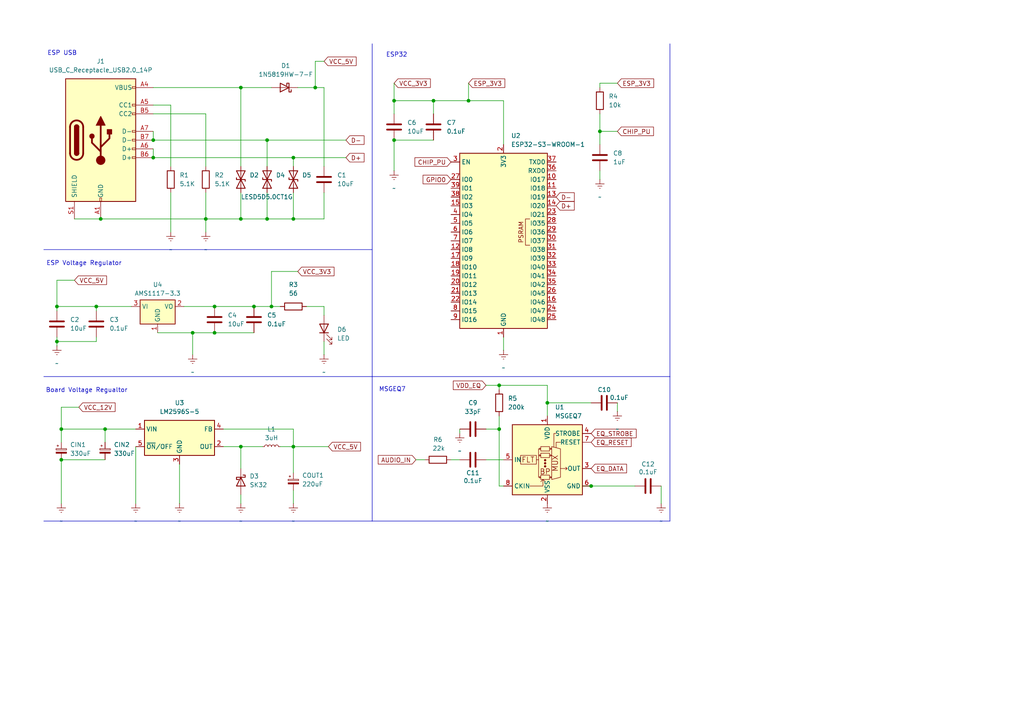
<source format=kicad_sch>
(kicad_sch (version 20231120) (generator "eeschema") (generator_version "8.0")
  (paper "A4")
  (lib_symbols
    (symbol "Audio:MSGEQ7"
      (property "Reference" "U" (at -2.54 13.97 0))
      (property "Value" "MSGEQ7" (at -2.54 11.43 0))
      (symbol "MSGEQ7_0_0"
        (polyline (pts (xy -5.08 -7.62) (xy -1.27 -7.62) (xy -1.27 -5.715)))
        (polyline (pts (xy -1.905 -6.35) (xy -1.27 -5.715) (xy -0.635 -6.35)))
        (polyline (pts (xy 2.54 7.62) (xy 1.905 7.62) (xy 1.905 3.683)))
        (polyline (pts (xy 3.81 5.08) (xy 2.54 5.08) (xy 2.54 3.556)))
        (text "BP" (at -0.635 -3.429 0) (effects (font (size 1.524 1.524))))
        (text "FLT" (at -5.588 0 0) (effects (font (size 1.524 1.524))))
        (text "MUX" (at 2.286 -1.016 900) (effects (font (size 1.524 1.524))))
      )
      (symbol "MSGEQ7_0_1"
        (rectangle (start -3.175 -1.27) (end -7.747 1.27))
        (rectangle (start -1.905 -4.445) (end 0.635 -5.715))
        (rectangle (start -1.905 1.905) (end 0.635 0.635))
        (circle (center -0.635 -1.905) (radius 0.254) (fill (type outline)))
        (circle (center -0.635 -1.016) (radius 0.254) (fill (type outline)))
        (circle (center -0.635 -0.127) (radius 0.254) (fill (type outline)))
        (polyline (pts (xy -3.175 0) (xy -2.54 0)))
        (polyline (pts (xy -2.54 1.27) (xy -1.905 1.27)))
        (polyline (pts (xy 0.635 -5.08) (xy 1.27 -5.08)))
        (polyline (pts (xy 0.635 1.27) (xy 1.27 1.27)))
        (polyline (pts (xy 0.635 3.175) (xy 1.27 3.175)))
        (polyline (pts (xy 3.81 -2.54) (xy 5.715 -2.54)))
        (polyline (pts (xy 5.715 -2.54) (xy 5.334 -2.921)))
        (polyline (pts (xy 5.715 -2.54) (xy 5.334 -2.159)))
        (polyline (pts (xy -2.286 -4.826) (xy -2.032 -5.08) (xy -2.286 -5.334)))
        (polyline (pts (xy -2.286 1.524) (xy -2.032 1.27) (xy -2.286 1.016)))
        (polyline (pts (xy -2.286 3.429) (xy -2.032 3.175) (xy -2.286 2.921)))
        (polyline (pts (xy 0.889 -4.826) (xy 1.143 -5.08) (xy 0.889 -5.334)))
        (polyline (pts (xy 0.889 1.524) (xy 1.143 1.27) (xy 0.889 1.016)))
        (polyline (pts (xy 0.889 3.429) (xy 1.143 3.175) (xy 0.889 2.921)))
        (polyline (pts (xy -1.905 3.175) (xy -2.54 3.175) (xy -2.54 -5.08) (xy -1.905 -5.08)))
        (polyline (pts (xy 1.27 3.81) (xy 1.27 -5.715) (xy 3.81 -5.08) (xy 3.81 3.175) (xy 1.27 3.81)))
        (rectangle (start 0.635 2.54) (end -1.905 3.81))
        (rectangle (start 10.16 10.16) (end -10.16 -10.16) (stroke (width 0.254)) (fill (type background)))
      )
      (symbol "MSGEQ7_1_1"
        (pin power_in line (at 0 12.7 270) (length 2.54) (name "VDD") (number "1"))
        (pin power_in line (at 0 -12.7 90) (length 2.54) (name "VSS") (number "2"))
        (pin output line (at 12.7 -2.54 180) (length 2.54) (name "OUT") (number "3"))
        (pin input line (at 12.7 7.62 180) (length 2.54) (name "STROBE") (number "4"))
        (pin input line (at -12.7 0 0) (length 2.54) (name "IN") (number "5"))
        (pin power_out line (at 12.7 -7.62 180) (length 2.54) (name "GND") (number "6"))
        (pin input line (at 12.7 5.08 180) (length 2.54) (name "RESET") (number "7"))
        (pin input line (at -12.7 -7.62 0) (length 2.54) (name "CKIN") (number "8"))
      )
    )
    (symbol "Connector:USB_C_Receptacle_USB2.0_14P" (pin_names (offset 1.016))
      (property "Reference" "J" (at 0 22.225 0))
      (property "Value" "USB_C_Receptacle_USB2.0_14P" (at 0 19.685 0))
      (symbol "USB_C_Receptacle_USB2.0_14P_0_0"
        (rectangle (start -0.254 -17.78) (end 0.254 -16.764))
        (rectangle (start 10.16 -4.826) (end 9.144 -5.334))
        (rectangle (start 10.16 -2.286) (end 9.144 -2.794))
        (rectangle (start 10.16 0.254) (end 9.144 -0.254))
        (rectangle (start 10.16 2.794) (end 9.144 2.286))
        (rectangle (start 10.16 7.874) (end 9.144 7.366))
        (rectangle (start 10.16 10.414) (end 9.144 9.906))
        (rectangle (start 10.16 15.494) (end 9.144 14.986))
      )
      (symbol "USB_C_Receptacle_USB2.0_14P_0_1"
        (rectangle (start -10.16 17.78) (end 10.16 -17.78) (stroke (width 0.254)) (fill (type background)))
        (arc (start -8.89 -3.81) (mid -6.985 -5.7067) (end -5.08 -3.81) (stroke (width 0.508)))
        (arc (start -7.62 -3.81) (mid -6.985 -4.4423) (end -6.35 -3.81) (stroke (width 0.254)))
        (arc (start -7.62 -3.81) (mid -6.985 -4.4423) (end -6.35 -3.81) (stroke (width 0.254)) (fill (type outline)))
        (rectangle (start -7.62 -3.81) (end -6.35 3.81) (stroke (width 0.254)) (fill (type outline)))
        (arc (start -6.35 3.81) (mid -6.985 4.4423) (end -7.62 3.81) (stroke (width 0.254)))
        (arc (start -6.35 3.81) (mid -6.985 4.4423) (end -7.62 3.81) (stroke (width 0.254)) (fill (type outline)))
        (arc (start -5.08 3.81) (mid -6.985 5.7067) (end -8.89 3.81) (stroke (width 0.508)))
        (circle (center -2.54 1.143) (radius 0.635) (stroke (width 0.254)) (fill (type outline)))
        (circle (center 0 -5.842) (radius 1.27) (fill (type outline)))
        (polyline (pts (xy -8.89 -3.81) (xy -8.89 3.81)) (stroke (width 0.508)))
        (polyline (pts (xy -5.08 3.81) (xy -5.08 -3.81)) (stroke (width 0.508)))
        (polyline (pts (xy 0 -5.842) (xy 0 4.318)) (stroke (width 0.508)))
        (polyline (pts (xy 0 -3.302) (xy -2.54 -0.762) (xy -2.54 0.508)) (stroke (width 0.508)))
        (polyline (pts (xy 0 -2.032) (xy 2.54 0.508) (xy 2.54 1.778)) (stroke (width 0.508)))
        (polyline (pts (xy -1.27 4.318) (xy 0 6.858) (xy 1.27 4.318) (xy -1.27 4.318)) (stroke (width 0.254)) (fill (type outline)))
        (rectangle (start 1.905 1.778) (end 3.175 3.048) (stroke (width 0.254)) (fill (type outline)))
      )
      (symbol "USB_C_Receptacle_USB2.0_14P_1_1"
        (pin passive line (at 0 -22.86 90) (length 5.08) (name "GND") (number "A1"))
        (pin passive line (at 0 -22.86 90) (length 5.08) hide (name "GND") (number "A12"))
        (pin passive line (at 15.24 15.24 180) (length 5.08) (name "VBUS") (number "A4"))
        (pin bidirectional line (at 15.24 10.16 180) (length 5.08) (name "CC1") (number "A5"))
        (pin bidirectional line (at 15.24 -2.54 180) (length 5.08) (name "D+") (number "A6"))
        (pin bidirectional line (at 15.24 2.54 180) (length 5.08) (name "D-") (number "A7"))
        (pin passive line (at 15.24 15.24 180) (length 5.08) hide (name "VBUS") (number "A9"))
        (pin passive line (at 0 -22.86 90) (length 5.08) hide (name "GND") (number "B1"))
        (pin passive line (at 0 -22.86 90) (length 5.08) hide (name "GND") (number "B12"))
        (pin passive line (at 15.24 15.24 180) (length 5.08) hide (name "VBUS") (number "B4"))
        (pin bidirectional line (at 15.24 7.62 180) (length 5.08) (name "CC2") (number "B5"))
        (pin bidirectional line (at 15.24 -5.08 180) (length 5.08) (name "D+") (number "B6"))
        (pin bidirectional line (at 15.24 0 180) (length 5.08) (name "D-") (number "B7"))
        (pin passive line (at 15.24 15.24 180) (length 5.08) hide (name "VBUS") (number "B9"))
        (pin passive line (at -7.62 -22.86 90) (length 5.08) (name "SHIELD") (number "S1"))
      )
    )
    (symbol "Device:C" (pin_numbers hide) (pin_names (offset 0.254))
      (property "Reference" "C" (at 0.635 2.54 0))
      (property "Value" "C" (at 0.635 -2.54 0))
      (symbol "C_0_1"
        (polyline (pts (xy -2.032 -0.762) (xy 2.032 -0.762)) (stroke (width 0.508)))
        (polyline (pts (xy -2.032 0.762) (xy 2.032 0.762)) (stroke (width 0.508)))
      )
      (symbol "C_1_1"
        (pin passive line (at 0 3.81 270) (length 2.794) (name "~") (number "1"))
        (pin passive line (at 0 -3.81 90) (length 2.794) (name "~") (number "2"))
      )
    )
    (symbol "Device:C_Polarized_Small" (pin_numbers hide) (pin_names (offset 0.254) hide)
      (property "Reference" "C" (at 0.254 1.778 0))
      (property "Value" "C_Polarized_Small" (at 0.254 -2.032 0))
      (symbol "C_Polarized_Small_0_1"
        (rectangle (start -1.524 -0.3048) (end 1.524 -0.6858) (fill (type outline)))
        (rectangle (start -1.524 0.6858) (end 1.524 0.3048))
        (polyline (pts (xy -1.27 1.524) (xy -0.762 1.524)))
        (polyline (pts (xy -1.016 1.27) (xy -1.016 1.778)))
      )
      (symbol "C_Polarized_Small_1_1"
        (pin passive line (at 0 2.54 270) (length 1.8542) (name "~") (number "1"))
        (pin passive line (at 0 -2.54 90) (length 1.8542) (name "~") (number "2"))
      )
    )
    (symbol "Device:D_Schottky" (pin_numbers hide) (pin_names (offset 1.016) hide)
      (property "Reference" "D" (at 0 2.54 0))
      (property "Value" "D_Schottky" (at 0 -2.54 0))
      (symbol "D_Schottky_0_1"
        (polyline (pts (xy 1.27 0) (xy -1.27 0)))
        (polyline (pts (xy 1.27 1.27) (xy 1.27 -1.27) (xy -1.27 0) (xy 1.27 1.27)) (stroke (width 0.254)))
        (polyline (pts (xy -1.905 0.635) (xy -1.905 1.27) (xy -1.27 1.27) (xy -1.27 -1.27) (xy -0.635 -1.27) (xy -0.635 -0.635)) (stroke (width 0.254)))
      )
      (symbol "D_Schottky_1_1"
        (pin passive line (at -3.81 0 0) (length 2.54) (name "K") (number "1"))
        (pin passive line (at 3.81 0 180) (length 2.54) (name "A") (number "2"))
      )
    )
    (symbol "Device:D_TVS" (pin_numbers hide) (pin_names (offset 1.016) hide)
      (property "Reference" "D" (at 0 2.54 0))
      (property "Value" "D_TVS" (at 0 -2.54 0))
      (symbol "D_TVS_0_1"
        (polyline (pts (xy 1.27 0) (xy -1.27 0)))
        (polyline (pts (xy 0.508 1.27) (xy 0 1.27) (xy 0 -1.27) (xy -0.508 -1.27)) (stroke (width 0.254)))
        (polyline (pts (xy -2.54 1.27) (xy -2.54 -1.27) (xy 2.54 1.27) (xy 2.54 -1.27) (xy -2.54 1.27)) (stroke (width 0.254)))
      )
      (symbol "D_TVS_1_1"
        (pin passive line (at -3.81 0 0) (length 2.54) (name "A1") (number "1"))
        (pin passive line (at 3.81 0 180) (length 2.54) (name "A2") (number "2"))
      )
    )
    (symbol "Device:LED" (pin_numbers hide) (pin_names (offset 1.016) hide)
      (property "Reference" "D" (at 0 2.54 0))
      (property "Value" "LED" (at 0 -2.54 0))
      (symbol "LED_0_1"
        (polyline (pts (xy -1.27 -1.27) (xy -1.27 1.27)) (stroke (width 0.254)))
        (polyline (pts (xy -1.27 0) (xy 1.27 0)))
        (polyline (pts (xy 1.27 -1.27) (xy 1.27 1.27) (xy -1.27 0) (xy 1.27 -1.27)) (stroke (width 0.254)))
        (polyline (pts (xy -3.048 -0.762) (xy -4.572 -2.286) (xy -3.81 -2.286) (xy -4.572 -2.286) (xy -4.572 -1.524)))
        (polyline (pts (xy -1.778 -0.762) (xy -3.302 -2.286) (xy -2.54 -2.286) (xy -3.302 -2.286) (xy -3.302 -1.524)))
      )
      (symbol "LED_1_1"
        (pin passive line (at -3.81 0 0) (length 2.54) (name "K") (number "1"))
        (pin passive line (at 3.81 0 180) (length 2.54) (name "A") (number "2"))
      )
    )
    (symbol "Device:L_Small" (pin_numbers hide) (pin_names (offset 0.254) hide)
      (property "Reference" "L" (at 0.762 1.016 0))
      (property "Value" "L_Small" (at 0.762 -1.016 0))
      (symbol "L_Small_0_1"
        (arc (start 0 -2.032) (mid 0.5058 -1.524) (end 0 -1.016))
        (arc (start 0 -1.016) (mid 0.5058 -0.508) (end 0 0))
        (arc (start 0 0) (mid 0.5058 0.508) (end 0 1.016))
        (arc (start 0 1.016) (mid 0.5058 1.524) (end 0 2.032))
      )
      (symbol "L_Small_1_1"
        (pin passive line (at 0 2.54 270) (length 0.508) (name "~") (number "1"))
        (pin passive line (at 0 -2.54 90) (length 0.508) (name "~") (number "2"))
      )
    )
    (symbol "Device:R" (pin_numbers hide) (pin_names (offset 0))
      (property "Reference" "R" (at 2.032 0 90))
      (property "Value" "R" (at 0 0 90))
      (symbol "R_0_1"
        (rectangle (start -1.016 -2.54) (end 1.016 2.54) (stroke (width 0.254)))
      )
      (symbol "R_1_1"
        (pin passive line (at 0 3.81 270) (length 1.27) (name "~") (number "1"))
        (pin passive line (at 0 -3.81 90) (length 1.27) (name "~") (number "2"))
      )
    )
    (symbol "RF_Module:ESP32-S3-WROOM-1"
      (property "Reference" "U" (at -12.7 26.67 0))
      (property "Value" "ESP32-S3-WROOM-1" (at 12.7 26.67 0))
      (symbol "ESP32-S3-WROOM-1_0_0"
        (rectangle (start -12.7 25.4) (end 12.7 -25.4) (stroke (width 0.254)) (fill (type background)))
        (text "PSRAM" (at 5.08 2.54 900) (effects (font (size 1.27 1.27))))
      )
      (symbol "ESP32-S3-WROOM-1_0_1"
        (polyline (pts (xy 7.62 -1.27) (xy 6.35 -1.27) (xy 6.35 6.35) (xy 7.62 6.35)))
      )
      (symbol "ESP32-S3-WROOM-1_1_1"
        (pin power_in line (at 0 -27.94 90) (length 2.54) (name "GND") (number "1"))
        (pin bidirectional line (at 15.24 17.78 180) (length 2.54) (name "IO17") (number "10"))
        (pin bidirectional line (at 15.24 15.24 180) (length 2.54) (name "IO18") (number "11"))
        (pin bidirectional line (at -15.24 -2.54 0) (length 2.54) (name "IO8") (number "12"))
        (pin bidirectional line (at 15.24 12.7 180) (length 2.54) (name "IO19") (number "13"))
        (pin bidirectional line (at 15.24 10.16 180) (length 2.54) (name "IO20") (number "14"))
        (pin bidirectional line (at -15.24 10.16 0) (length 2.54) (name "IO3") (number "15"))
        (pin bidirectional line (at 15.24 -17.78 180) (length 2.54) (name "IO46") (number "16"))
        (pin bidirectional line (at -15.24 -5.08 0) (length 2.54) (name "IO9") (number "17"))
        (pin bidirectional line (at -15.24 -7.62 0) (length 2.54) (name "IO10") (number "18"))
        (pin bidirectional line (at -15.24 -10.16 0) (length 2.54) (name "IO11") (number "19"))
        (pin power_in line (at 0 27.94 270) (length 2.54) (name "3V3") (number "2"))
        (pin bidirectional line (at -15.24 -12.7 0) (length 2.54) (name "IO12") (number "20"))
        (pin bidirectional line (at -15.24 -15.24 0) (length 2.54) (name "IO13") (number "21"))
        (pin bidirectional line (at -15.24 -17.78 0) (length 2.54) (name "IO14") (number "22"))
        (pin bidirectional line (at 15.24 7.62 180) (length 2.54) (name "IO21") (number "23"))
        (pin bidirectional line (at 15.24 -20.32 180) (length 2.54) (name "IO47") (number "24"))
        (pin bidirectional line (at 15.24 -22.86 180) (length 2.54) (name "IO48") (number "25"))
        (pin bidirectional line (at 15.24 -15.24 180) (length 2.54) (name "IO45") (number "26"))
        (pin bidirectional line (at -15.24 17.78 0) (length 2.54) (name "IO0") (number "27"))
        (pin bidirectional line (at 15.24 5.08 180) (length 2.54) (name "IO35") (number "28"))
        (pin bidirectional line (at 15.24 2.54 180) (length 2.54) (name "IO36") (number "29"))
        (pin input line (at -15.24 22.86 0) (length 2.54) (name "EN") (number "3"))
        (pin bidirectional line (at 15.24 0 180) (length 2.54) (name "IO37") (number "30"))
        (pin bidirectional line (at 15.24 -2.54 180) (length 2.54) (name "IO38") (number "31"))
        (pin bidirectional line (at 15.24 -5.08 180) (length 2.54) (name "IO39") (number "32"))
        (pin bidirectional line (at 15.24 -7.62 180) (length 2.54) (name "IO40") (number "33"))
        (pin bidirectional line (at 15.24 -10.16 180) (length 2.54) (name "IO41") (number "34"))
        (pin bidirectional line (at 15.24 -12.7 180) (length 2.54) (name "IO42") (number "35"))
        (pin bidirectional line (at 15.24 20.32 180) (length 2.54) (name "RXD0") (number "36"))
        (pin bidirectional line (at 15.24 22.86 180) (length 2.54) (name "TXD0") (number "37"))
        (pin bidirectional line (at -15.24 12.7 0) (length 2.54) (name "IO2") (number "38"))
        (pin bidirectional line (at -15.24 15.24 0) (length 2.54) (name "IO1") (number "39"))
        (pin bidirectional line (at -15.24 7.62 0) (length 2.54) (name "IO4") (number "4"))
        (pin passive line (at 0 -27.94 90) (length 2.54) hide (name "GND") (number "40"))
        (pin passive line (at 0 -27.94 90) (length 2.54) hide (name "GND") (number "41"))
        (pin bidirectional line (at -15.24 5.08 0) (length 2.54) (name "IO5") (number "5"))
        (pin bidirectional line (at -15.24 2.54 0) (length 2.54) (name "IO6") (number "6"))
        (pin bidirectional line (at -15.24 0 0) (length 2.54) (name "IO7") (number "7"))
        (pin bidirectional line (at -15.24 -20.32 0) (length 2.54) (name "IO15") (number "8"))
        (pin bidirectional line (at -15.24 -22.86 0) (length 2.54) (name "IO16") (number "9"))
      )
    )
    (symbol "Regulator_Linear:AMS1117-3.3"
      (property "Reference" "U" (at -3.81 3.175 0))
      (property "Value" "AMS1117-3.3" (at 0 3.175 0))
      (symbol "AMS1117-3.3_0_1"
        (rectangle (start -5.08 -5.08) (end 5.08 1.905) (stroke (width 0.254)) (fill (type background)))
      )
      (symbol "AMS1117-3.3_1_1"
        (pin power_in line (at 0 -7.62 90) (length 2.54) (name "GND") (number "1"))
        (pin power_out line (at 7.62 0 180) (length 2.54) (name "VO") (number "2"))
        (pin power_in line (at -7.62 0 0) (length 2.54) (name "VI") (number "3"))
      )
    )
    (symbol "Regulator_Switching:LM2596S-5"
      (property "Reference" "U" (at -10.16 6.35 0))
      (property "Value" "LM2596S-5" (at 0 6.35 0))
      (symbol "LM2596S-5_0_1"
        (rectangle (start -10.16 5.08) (end 10.16 -5.08) (stroke (width 0.254)) (fill (type background)))
      )
      (symbol "LM2596S-5_1_1"
        (pin power_in line (at -12.7 2.54 0) (length 2.54) (name "VIN") (number "1"))
        (pin output line (at 12.7 -2.54 180) (length 2.54) (name "OUT") (number "2"))
        (pin power_in line (at 0 -7.62 90) (length 2.54) (name "GND") (number "3"))
        (pin input line (at 12.7 2.54 180) (length 2.54) (name "FB") (number "4"))
        (pin input line (at -12.7 -2.54 0) (length 2.54) (name "~{ON}/OFF") (number "5"))
      )
    )
    (symbol "power:GNDREF" (power) (pin_numbers hide) (pin_names (offset 0) hide)
      (property "Value" "GNDREF" (at 0 -3.81 0))
      (symbol "GNDREF_0_1"
        (polyline (pts (xy -0.635 -1.905) (xy 0.635 -1.905)))
        (polyline (pts (xy -0.127 -2.54) (xy 0.127 -2.54)))
        (polyline (pts (xy 0 -1.27) (xy 0 0)))
        (polyline (pts (xy 1.27 -1.27) (xy -1.27 -1.27)))
      )
      (symbol "GNDREF_1_1"
        (pin power_in line (at 0 0 270) (length 0) (name "~") (number "1"))
      )
    )
  )
  (junction (at 85.09 63.5))
  (junction (at 78.74 88.9))
  (junction (at 27.94 88.9))
  (junction (at 173.99 38.1))
  (junction (at 69.85 63.5))
  (junction (at 144.78 124.46))
  (junction (at 114.3 40.64))
  (junction (at 16.51 88.9))
  (junction (at 30.48 124.46))
  (junction (at 114.3 29.21))
  (junction (at 69.85 129.54))
  (junction (at 69.85 25.4))
  (junction (at 125.73 29.21))
  (junction (at 62.23 96.52))
  (junction (at 158.75 116.84))
  (junction (at 62.23 88.9))
  (junction (at 17.78 133.35))
  (junction (at 77.47 63.5))
  (junction (at 135.89 29.21))
  (junction (at 85.09 129.54))
  (junction (at 77.47 40.64))
  (junction (at 55.88 96.52))
  (junction (at 91.44 25.4))
  (junction (at 44.45 45.72))
  (junction (at 29.21 63.5))
  (junction (at 85.09 45.72))
  (junction (at 144.78 111.76))
  (junction (at 73.66 88.9))
  (junction (at 44.45 40.64))
  (junction (at 171.45 140.97))
  (junction (at 59.69 63.5))
  (junction (at 16.51 99.06))
  (junction (at 17.78 124.46))
  (wire (pts (xy 16.51 90.17) (xy 16.51 88.9)))
  (polyline (pts (xy 12.7 109.22) (xy 107.95 109.22)))
  (wire (pts (xy 69.85 129.54) (xy 69.85 135.89)))
  (wire (pts (xy 173.99 49.53) (xy 173.99 52.07)))
  (wire (pts (xy 53.34 88.9) (xy 62.23 88.9)))
  (wire (pts (xy 158.75 116.84) (xy 158.75 120.65)))
  (wire (pts (xy 85.09 55.88) (xy 85.09 63.5)))
  (wire (pts (xy 27.94 88.9) (xy 27.94 90.17)))
  (wire (pts (xy 69.85 48.26) (xy 69.85 25.4)))
  (wire (pts (xy 140.97 133.35) (xy 146.05 133.35)))
  (wire (pts (xy 85.09 142.24) (xy 85.09 146.05)))
  (wire (pts (xy 78.74 88.9) (xy 81.28 88.9)))
  (wire (pts (xy 49.53 55.88) (xy 49.53 67.31)))
  (wire (pts (xy 44.45 40.64) (xy 77.47 40.64)))
  (wire (pts (xy 85.09 45.72) (xy 100.33 45.72)))
  (wire (pts (xy 114.3 40.64) (xy 125.73 40.64)))
  (wire (pts (xy 55.88 96.52) (xy 62.23 96.52)))
  (wire (pts (xy 173.99 33.02) (xy 173.99 38.1)))
  (wire (pts (xy 62.23 88.9) (xy 73.66 88.9)))
  (wire (pts (xy 85.09 45.72) (xy 85.09 48.26)))
  (wire (pts (xy 39.37 129.54) (xy 39.37 146.05)))
  (polyline (pts (xy 194.31 151.13) (xy 107.95 151.13)))
  (wire (pts (xy 144.78 120.65) (xy 144.78 124.46)))
  (wire (pts (xy 120.65 133.35) (xy 123.19 133.35)))
  (wire (pts (xy 16.51 99.06) (xy 16.51 97.79)))
  (wire (pts (xy 44.45 30.48) (xy 49.53 30.48)))
  (wire (pts (xy 114.3 29.21) (xy 125.73 29.21)))
  (wire (pts (xy 144.78 111.76) (xy 158.75 111.76)))
  (wire (pts (xy 77.47 40.64) (xy 77.47 48.26)))
  (wire (pts (xy 21.59 81.28) (xy 16.51 81.28)))
  (wire (pts (xy 52.07 134.62) (xy 52.07 146.05)))
  (wire (pts (xy 93.98 55.88) (xy 93.98 63.5)))
  (wire (pts (xy 133.35 125.73) (xy 133.35 124.46)))
  (wire (pts (xy 78.74 78.74) (xy 78.74 88.9)))
  (wire (pts (xy 69.85 143.51) (xy 69.85 146.05)))
  (wire (pts (xy 30.48 124.46) (xy 30.48 128.27)))
  (wire (pts (xy 191.77 140.97) (xy 191.77 146.05)))
  (wire (pts (xy 59.69 63.5) (xy 59.69 67.31)))
  (wire (pts (xy 69.85 25.4) (xy 78.74 25.4)))
  (wire (pts (xy 91.44 17.78) (xy 93.98 17.78)))
  (polyline (pts (xy 107.95 12.7) (xy 107.95 72.39)))
  (wire (pts (xy 173.99 38.1) (xy 179.07 38.1)))
  (wire (pts (xy 114.3 24.13) (xy 114.3 29.21)))
  (wire (pts (xy 64.77 124.46) (xy 85.09 124.46)))
  (wire (pts (xy 17.78 118.11) (xy 17.78 124.46)))
  (wire (pts (xy 77.47 40.64) (xy 100.33 40.64)))
  (polyline (pts (xy 12.7 72.39) (xy 107.95 72.39)))
  (wire (pts (xy 146.05 97.79) (xy 146.05 101.6)))
  (wire (pts (xy 29.21 63.5) (xy 59.69 63.5)))
  (wire (pts (xy 17.78 124.46) (xy 17.78 128.27)))
  (wire (pts (xy 62.23 96.52) (xy 73.66 96.52)))
  (wire (pts (xy 16.51 88.9) (xy 27.94 88.9)))
  (wire (pts (xy 59.69 48.26) (xy 59.69 33.02)))
  (wire (pts (xy 88.9 88.9) (xy 93.98 88.9)))
  (wire (pts (xy 81.28 129.54) (xy 85.09 129.54)))
  (polyline (pts (xy 194.31 109.22) (xy 107.95 109.22)))
  (wire (pts (xy 85.09 129.54) (xy 95.25 129.54)))
  (wire (pts (xy 93.98 25.4) (xy 91.44 25.4)))
  (wire (pts (xy 85.09 137.16) (xy 85.09 129.54)))
  (wire (pts (xy 16.51 81.28) (xy 16.51 88.9)))
  (wire (pts (xy 130.81 133.35) (xy 133.35 133.35)))
  (wire (pts (xy 140.97 111.76) (xy 144.78 111.76)))
  (wire (pts (xy 125.73 29.21) (xy 135.89 29.21)))
  (polyline (pts (xy 107.95 72.39) (xy 107.95 109.22)))
  (wire (pts (xy 179.07 116.84) (xy 179.07 119.38)))
  (wire (pts (xy 77.47 63.5) (xy 69.85 63.5)))
  (wire (pts (xy 158.75 111.76) (xy 158.75 116.84)))
  (wire (pts (xy 168.91 140.97) (xy 171.45 140.97)))
  (wire (pts (xy 146.05 140.97) (xy 144.78 140.97)))
  (wire (pts (xy 44.45 43.18) (xy 44.45 45.72)))
  (wire (pts (xy 144.78 140.97) (xy 144.78 124.46)))
  (wire (pts (xy 17.78 133.35) (xy 30.48 133.35)))
  (wire (pts (xy 146.05 29.21) (xy 135.89 29.21)))
  (wire (pts (xy 30.48 124.46) (xy 17.78 124.46)))
  (wire (pts (xy 44.45 38.1) (xy 44.45 40.64)))
  (wire (pts (xy 93.98 99.06) (xy 93.98 102.87)))
  (wire (pts (xy 144.78 124.46) (xy 140.97 124.46)))
  (wire (pts (xy 69.85 55.88) (xy 69.85 63.5)))
  (wire (pts (xy 16.51 99.06) (xy 16.51 100.33)))
  (wire (pts (xy 17.78 133.35) (xy 17.78 146.05)))
  (wire (pts (xy 93.98 48.26) (xy 93.98 25.4)))
  (wire (pts (xy 55.88 96.52) (xy 55.88 102.87)))
  (wire (pts (xy 45.72 96.52) (xy 55.88 96.52)))
  (wire (pts (xy 93.98 88.9) (xy 93.98 91.44)))
  (wire (pts (xy 146.05 41.91) (xy 146.05 29.21)))
  (wire (pts (xy 59.69 55.88) (xy 59.69 63.5)))
  (wire (pts (xy 59.69 33.02) (xy 44.45 33.02)))
  (polyline (pts (xy 107.95 109.22) (xy 107.95 151.13)))
  (wire (pts (xy 179.07 24.13) (xy 173.99 24.13)))
  (wire (pts (xy 69.85 129.54) (xy 76.2 129.54)))
  (wire (pts (xy 114.3 40.64) (xy 114.3 49.53)))
  (wire (pts (xy 171.45 140.97) (xy 184.15 140.97)))
  (wire (pts (xy 93.98 63.5) (xy 85.09 63.5)))
  (polyline (pts (xy 194.31 109.22) (xy 194.31 151.13)))
  (polyline (pts (xy 194.31 12.7) (xy 194.31 109.22)))
  (wire (pts (xy 44.45 45.72) (xy 85.09 45.72)))
  (wire (pts (xy 114.3 29.21) (xy 114.3 33.02)))
  (wire (pts (xy 144.78 111.76) (xy 144.78 113.03)))
  (wire (pts (xy 22.86 118.11) (xy 17.78 118.11)))
  (wire (pts (xy 77.47 55.88) (xy 77.47 63.5)))
  (wire (pts (xy 27.94 88.9) (xy 38.1 88.9)))
  (wire (pts (xy 73.66 88.9) (xy 78.74 88.9)))
  (wire (pts (xy 91.44 25.4) (xy 91.44 17.78)))
  (wire (pts (xy 39.37 124.46) (xy 30.48 124.46)))
  (wire (pts (xy 49.53 30.48) (xy 49.53 48.26)))
  (wire (pts (xy 125.73 29.21) (xy 125.73 33.02)))
  (wire (pts (xy 64.77 129.54) (xy 69.85 129.54)))
  (wire (pts (xy 44.45 25.4) (xy 69.85 25.4)))
  (wire (pts (xy 21.59 63.5) (xy 29.21 63.5)))
  (wire (pts (xy 173.99 38.1) (xy 173.99 41.91)))
  (wire (pts (xy 135.89 24.13) (xy 135.89 29.21)))
  (wire (pts (xy 69.85 63.5) (xy 59.69 63.5)))
  (polyline (pts (xy 12.7 151.13) (xy 107.95 151.13)))
  (wire (pts (xy 85.09 124.46) (xy 85.09 129.54)))
  (wire (pts (xy 27.94 99.06) (xy 27.94 97.79)))
  (wire (pts (xy 27.94 99.06) (xy 16.51 99.06)))
  (wire (pts (xy 173.99 24.13) (xy 173.99 25.4)))
  (wire (pts (xy 86.36 25.4) (xy 91.44 25.4)))
  (wire (pts (xy 171.45 116.84) (xy 158.75 116.84)))
  (wire (pts (xy 86.36 78.74) (xy 78.74 78.74)))
  (wire (pts (xy 85.09 63.5) (xy 77.47 63.5)))
  (text "ESP32" (at 115.062 16.002 0) (effects (font (size 1.27 1.27))))
  (text "Board Voltage Regualtor" (at 25.146 113.284 0) (effects (font (size 1.27 1.27))))
  (text "ESP USB" (at 18.034 15.494 0) (effects (font (size 1.27 1.27))))
  (text "MSGEQ7" (at 113.792 113.03 0) (effects (font (size 1.27 1.27))))
  (text "ESP Voltage Regulator" (at 24.384 76.454 0) (effects (font (size 1.27 1.27))))
  (global_label "D+" (shape input) (at 161.29 59.69 0) (property "Intersheetrefs" "${INTERSHEET_REFS}" (effects (hide yes))))
  (global_label "ESP_3V3" (shape input) (at 179.07 24.13 0) (property "Intersheetrefs" "${INTERSHEET_REFS}" (effects (hide yes))))
  (global_label "EQ_RESET" (shape input) (at 171.45 128.27 0) (property "Intersheetrefs" "${INTERSHEET_REFS}" (effects (hide yes))))
  (global_label "GPIO0" (shape input) (at 130.81 52.07 180) (property "Intersheetrefs" "${INTERSHEET_REFS}" (effects (hide yes))))
  (global_label "D+" (shape input) (at 100.33 45.72 0) (property "Intersheetrefs" "${INTERSHEET_REFS}" (effects (hide yes))))
  (global_label "D-" (shape input) (at 100.33 40.64 0) (property "Intersheetrefs" "${INTERSHEET_REFS}" (effects (hide yes))))
  (global_label "VCC_5V" (shape input) (at 95.25 129.54 0) (property "Intersheetrefs" "${INTERSHEET_REFS}" (effects (hide yes))))
  (global_label "VCC_12V" (shape input) (at 22.86 118.11 0) (property "Intersheetrefs" "${INTERSHEET_REFS}" (effects (hide yes))))
  (global_label "EQ_DATA" (shape input) (at 171.45 135.89 0) (property "Intersheetrefs" "${INTERSHEET_REFS}" (effects (hide yes))))
  (global_label "VCC_5V" (shape input) (at 21.59 81.28 0) (property "Intersheetrefs" "${INTERSHEET_REFS}" (effects (hide yes))))
  (global_label "AUDIO_IN" (shape input) (at 120.65 133.35 180) (property "Intersheetrefs" "${INTERSHEET_REFS}" (effects (hide yes))))
  (global_label "ESP_3V3" (shape input) (at 135.89 24.13 0) (property "Intersheetrefs" "${INTERSHEET_REFS}" (effects (hide yes))))
  (global_label "CHIP_PU" (shape input) (at 130.81 46.99 180) (property "Intersheetrefs" "${INTERSHEET_REFS}" (effects (hide yes))))
  (global_label "EQ_STROBE" (shape input) (at 171.45 125.73 0) (property "Intersheetrefs" "${INTERSHEET_REFS}" (effects (hide yes))))
  (global_label "CHIP_PU" (shape input) (at 179.07 38.1 0) (property "Intersheetrefs" "${INTERSHEET_REFS}" (effects (hide yes))))
  (global_label "D-" (shape input) (at 161.29 57.15 0) (property "Intersheetrefs" "${INTERSHEET_REFS}" (effects (hide yes))))
  (global_label "VCC_5V" (shape input) (at 93.98 17.78 0) (property "Intersheetrefs" "${INTERSHEET_REFS}" (effects (hide yes))))
  (global_label "VCC_3V3" (shape input) (at 114.3 24.13 0) (property "Intersheetrefs" "${INTERSHEET_REFS}" (effects (hide yes))))
  (global_label "VCC_3V3" (shape input) (at 86.36 78.74 0) (property "Intersheetrefs" "${INTERSHEET_REFS}" (effects (hide yes))))
  (global_label "VDD_EQ" (shape input) (at 140.97 111.76 180) (property "Intersheetrefs" "${INTERSHEET_REFS}" (effects (hide yes))))
  (symbol (lib_id "power:GNDREF") (at 179.07 119.38 0) (unit 1)
    (property "Reference" "#PWR015" (effects (hide yes)))
    (property "Value" "~" (at 179.07 124.46 0))
    (property "Description" "Power symbol creates a global label with name \"GNDREF\" , reference supply ground" (effects (hide yes)))
  )
  (symbol (lib_id "Device:C") (at 73.66 92.71 0) (unit 1)
    (property "Reference" "C5" (at 77.47 91.4399 0) (effects (justify left)))
    (property "Value" "0.1uF" (at 77.47 93.9799 0) (effects (justify left)))
    (property "Footprint" "Capacitor_SMD:C_0603_1608Metric" (effects (hide yes)))
    (property "Description" "Unpolarized capacitor" (effects (hide yes)))
  )
  (symbol (lib_id "Device:R") (at 49.53 52.07 0) (unit 1)
    (property "Reference" "R1" (at 52.07 50.7999 0) (effects (justify left)))
    (property "Value" "5.1K" (at 52.07 53.3399 0) (effects (justify left)))
    (property "Footprint" "Resistor_SMD:R_0603_1608Metric" (effects (hide yes)))
    (property "Description" "Resistor" (effects (hide yes)))
  )
  (symbol (lib_id "Device:D_TVS") (at 77.47 52.07 90) (unit 1)
    (property "Reference" "D4" (at 80.01 50.7999 90) (effects (justify right)))
    (property "Value" "LESD5D5.0CT1G" (at 69.85 56.388 90) (effects (justify right bottom)))
    (property "Footprint" "Diode_SMD:D_SOD-523" (effects (hide yes)))
    (property "Description" "Bidirectional transient-voltage-suppression diode" (effects (hide yes)))
  )
  (symbol (lib_id "Device:C") (at 114.3 36.83 0) (unit 1)
    (property "Reference" "C6" (at 118.11 35.5599 0) (effects (justify left)))
    (property "Value" "10uF" (at 118.11 38.0999 0) (effects (justify left)))
    (property "Footprint" "Capacitor_SMD:C_0603_1608Metric" (effects (hide yes)))
    (property "Description" "Unpolarized capacitor" (effects (hide yes)))
  )
  (symbol (lib_id "Device:C") (at 62.23 92.71 0) (unit 1)
    (property "Reference" "C4" (at 66.04 91.4399 0) (effects (justify left)))
    (property "Value" "10uF" (at 66.04 93.9799 0) (effects (justify left)))
    (property "Footprint" "Capacitor_SMD:C_0603_1608Metric" (effects (hide yes)))
    (property "Description" "Unpolarized capacitor" (effects (hide yes)))
  )
  (symbol (lib_id "Device:C") (at 16.51 93.98 0) (unit 1)
    (property "Reference" "C2" (at 20.32 92.7099 0) (effects (justify left)))
    (property "Value" "10uF" (at 20.32 95.2499 0) (effects (justify left)))
    (property "Footprint" "Capacitor_SMD:C_0603_1608Metric" (effects (hide yes)))
    (property "Description" "Unpolarized capacitor" (effects (hide yes)))
  )
  (symbol (lib_id "power:GNDREF") (at 114.3 49.53 0) (unit 1)
    (property "Reference" "#PWR011" (effects (hide yes)))
    (property "Value" "~" (at 114.3 54.61 0))
    (property "Description" "Power symbol creates a global label with name \"GNDREF\" , reference supply ground" (effects (hide yes)))
  )
  (symbol (lib_id "Regulator_Linear:AMS1117-3.3") (at 45.72 88.9 0) (unit 1)
    (property "Reference" "U4" (at 45.72 82.55 0))
    (property "Value" "AMS1117-3.3" (at 45.72 85.09 0))
    (property "Footprint" "Package_TO_SOT_SMD:SOT-223-3_TabPin2" (effects (hide yes)))
    (property "Datasheet" "http://www.advanced-monolithic.com/pdf/ds1117.pdf" (effects (hide yes)))
    (property "Description" "1A Low Dropout regulator, positive, 3.3V fixed output, SOT-223" (effects (hide yes)))
  )
  (symbol (lib_id "Device:D_Schottky") (at 82.55 25.4 180) (unit 1)
    (property "Reference" "D1" (at 82.8675 19.05 0))
    (property "Value" "1N5819HW-7-F" (at 82.8675 21.59 0))
    (property "Footprint" "Diode_SMD:D_SOD-123" (effects (hide yes)))
    (property "Description" "Schottky diode" (effects (hide yes)))
  )
  (symbol (lib_id "power:GNDREF") (at 39.37 146.05 0) (unit 1)
    (property "Reference" "#PWR04" (effects (hide yes)))
    (property "Value" "~" (at 39.37 151.13 0))
    (property "Description" "Power symbol creates a global label with name \"GNDREF\" , reference supply ground" (effects (hide yes)))
  )
  (symbol (lib_id "power:GNDREF") (at 59.69 67.31 0) (unit 1)
    (property "Reference" "#PWR02" (effects (hide yes)))
    (property "Value" "~" (at 59.69 72.39 0))
    (property "Description" "Power symbol creates a global label with name \"GNDREF\" , reference supply ground" (effects (hide yes)))
  )
  (symbol (lib_id "power:GNDREF") (at 93.98 102.87 0) (unit 1)
    (property "Reference" "#PWR010" (effects (hide yes)))
    (property "Value" "~" (at 93.98 107.95 0))
    (property "Description" "Power symbol creates a global label with name \"GNDREF\" , reference supply ground" (effects (hide yes)))
  )
  (symbol (lib_id "Device:C") (at 27.94 93.98 0) (unit 1)
    (property "Reference" "C3" (at 31.75 92.7099 0) (effects (justify left)))
    (property "Value" "0.1uF" (at 31.75 95.2499 0) (effects (justify left)))
    (property "Footprint" "Capacitor_SMD:C_0603_1608Metric" (effects (hide yes)))
    (property "Description" "Unpolarized capacitor" (effects (hide yes)))
  )
  (symbol (lib_id "Regulator_Switching:LM2596S-5") (at 52.07 127 0) (unit 1)
    (property "Reference" "U3" (at 52.07 116.84 0))
    (property "Value" "LM2596S-5" (at 52.07 119.38 0))
    (property "Footprint" "Package_TO_SOT_SMD:TO-263-5_TabPin3" (effects (hide yes)))
    (property "Datasheet" "http://www.ti.com/lit/ds/symlink/lm2596.pdf" (effects (hide yes)))
    (property "Description" "5V 3A Step-Down Voltage Regulator, TO-263" (effects (hide yes)))
  )
  (symbol (lib_id "power:GNDREF") (at 55.88 102.87 0) (unit 1)
    (property "Reference" "#PWR09" (effects (hide yes)))
    (property "Value" "~" (at 55.88 107.95 0))
    (property "Description" "Power symbol creates a global label with name \"GNDREF\" , reference supply ground" (effects (hide yes)))
  )
  (symbol (lib_id "Device:LED") (at 93.98 95.25 90) (unit 1)
    (property "Reference" "D6" (at 97.79 95.5674 90) (effects (justify right)))
    (property "Value" "LED" (at 97.79 98.1074 90) (effects (justify right)))
    (property "Footprint" "LED_SMD:LED_0603_1608Metric" (effects (hide yes)))
    (property "Description" "Light emitting diode" (effects (hide yes)))
  )
  (symbol (lib_id "power:GNDREF") (at 17.78 146.05 0) (unit 1)
    (property "Reference" "#PWR03" (effects (hide yes)))
    (property "Value" "~" (at 17.78 151.13 0))
    (property "Description" "Power symbol creates a global label with name \"GNDREF\" , reference supply ground" (effects (hide yes)))
  )
  (symbol (lib_id "Device:C") (at 125.73 36.83 0) (unit 1)
    (property "Reference" "C7" (at 129.54 35.5599 0) (effects (justify left)))
    (property "Value" "0.1uF" (at 129.54 38.0999 0) (effects (justify left)))
    (property "Footprint" "Capacitor_SMD:C_0603_1608Metric" (effects (hide yes)))
    (property "Description" "Unpolarized capacitor" (effects (hide yes)))
  )
  (symbol (lib_id "Device:D_TVS") (at 69.85 52.07 90) (unit 1)
    (property "Reference" "D2" (at 72.39 50.7999 90) (effects (justify right)))
    (property "Value" "LESD5D5.0CT1G" (effects (hide yes)))
    (property "Footprint" "Diode_SMD:D_SOD-523" (effects (hide yes)))
    (property "Description" "Bidirectional transient-voltage-suppression diode" (effects (hide yes)))
  )
  (symbol (lib_id "power:GNDREF") (at 158.75 146.05 0) (unit 1)
    (property "Reference" "#PWR016" (effects (hide yes)))
    (property "Value" "~" (at 158.75 151.13 0))
    (property "Description" "Power symbol creates a global label with name \"GNDREF\" , reference supply ground" (effects (hide yes)))
  )
  (symbol (lib_id "Audio:MSGEQ7") (at 158.75 133.35 0) (unit 1)
    (property "Reference" "U1" (at 160.9441 118.11 0) (effects (justify left)))
    (property "Value" "MSGEQ7" (at 160.9441 120.65 0) (effects (justify left)))
    (property "Footprint" "Package_DIP:DIP-8_W7.62mm_Socket" (effects (hide yes)))
    (property "Datasheet" "http://mix-sig.com/images/datasheets/MSGEQ7.pdf" (effects (hide yes)))
    (property "Description" "Seven Band Graphic Equalizer, DIP-8/SOIC-8" (effects (hide yes)))
  )
  (symbol (lib_id "Device:C") (at 173.99 45.72 0) (unit 1)
    (property "Reference" "C8" (at 177.8 44.4499 0) (effects (justify left)))
    (property "Value" "1uF" (at 177.8 46.9899 0) (effects (justify left)))
    (property "Footprint" "Capacitor_SMD:C_0603_1608Metric" (effects (hide yes)))
    (property "Description" "Unpolarized capacitor" (effects (hide yes)))
  )
  (symbol (lib_id "Device:R") (at 173.99 29.21 180) (unit 1)
    (property "Reference" "R4" (at 176.53 27.9399 0) (effects (justify right)))
    (property "Value" "10k" (at 176.53 30.4799 0) (effects (justify right)))
    (property "Footprint" "Resistor_SMD:R_0603_1608Metric" (effects (hide yes)))
    (property "Description" "Resistor" (effects (hide yes)))
  )
  (symbol (lib_id "Device:R") (at 127 133.35 270) (unit 1)
    (property "Reference" "R6" (at 127 127.508 90))
    (property "Value" "22k" (at 127.254 130.048 90))
    (property "Footprint" "Resistor_SMD:R_0603_1608Metric" (effects (hide yes)))
    (property "Description" "Resistor" (effects (hide yes)))
  )
  (symbol (lib_id "Device:C") (at 93.98 52.07 0) (unit 1)
    (property "Reference" "C1" (at 97.79 50.7999 0) (effects (justify left)))
    (property "Value" "10uF" (at 97.79 53.3399 0) (effects (justify left)))
    (property "Footprint" "Capacitor_SMD:C_0603_1608Metric" (effects (hide yes)))
    (property "Description" "Unpolarized capacitor" (effects (hide yes)))
  )
  (symbol (lib_id "Device:C") (at 137.16 133.35 90) (unit 1)
    (property "Reference" "C11" (at 137.16 137.16 90))
    (property "Value" "0.1uF" (at 137.16 139.446 90))
    (property "Footprint" "Capacitor_SMD:C_0603_1608Metric" (effects (hide yes)))
    (property "Description" "Unpolarized capacitor" (effects (hide yes)))
  )
  (symbol (lib_id "power:GNDREF") (at 146.05 101.6 0) (unit 1)
    (property "Reference" "#PWR013" (effects (hide yes)))
    (property "Value" "~" (at 146.05 106.68 0))
    (property "Description" "Power symbol creates a global label with name \"GNDREF\" , reference supply ground" (effects (hide yes)))
  )
  (symbol (lib_id "Connector:USB_C_Receptacle_USB2.0_14P") (at 29.21 40.64 0) (unit 1)
    (property "Reference" "J1" (at 29.21 17.78 0))
    (property "Value" "USB_C_Receptacle_USB2.0_14P" (at 29.21 20.32 0))
    (property "Footprint" "Connector_USB:USB_C_Receptacle_Palconn_UTC16-G" (effects (hide yes)))
    (property "Datasheet" "https://www.usb.org/sites/default/files/documents/usb_type-c.zip" (effects (hide yes)))
    (property "Description" "USB 2.0-only 14P Type-C Receptacle connector" (effects (hide yes)))
  )
  (symbol (lib_id "Device:R") (at 59.69 52.07 0) (unit 1)
    (property "Reference" "R2" (at 62.23 50.7999 0) (effects (justify left)))
    (property "Value" "5.1K" (at 62.23 53.3399 0) (effects (justify left)))
    (property "Footprint" "Resistor_SMD:R_0603_1608Metric" (effects (hide yes)))
    (property "Description" "Resistor" (effects (hide yes)))
  )
  (symbol (lib_id "power:GNDREF") (at 69.85 146.05 0) (unit 1)
    (property "Reference" "#PWR06" (effects (hide yes)))
    (property "Value" "~" (at 69.85 151.13 0))
    (property "Description" "Power symbol creates a global label with name \"GNDREF\" , reference supply ground" (effects (hide yes)))
  )
  (symbol (lib_id "Device:C_Polarized_Small") (at 85.09 139.7 0) (unit 1)
    (property "Reference" "COUT1" (at 87.63 137.8838 0) (effects (justify left)))
    (property "Value" "220uF" (at 87.63 140.4238 0) (effects (justify left)))
    (property "Footprint" "Capacitor_Tantalum_SMD:CP_EIA-3216-18_Kemet-A" (effects (hide yes)))
    (property "Description" "Polarized capacitor, small symbol" (effects (hide yes)))
  )
  (symbol (lib_id "power:GNDREF") (at 16.51 100.33 0) (unit 1)
    (property "Reference" "#PWR08" (effects (hide yes)))
    (property "Value" "~" (at 16.51 105.41 0))
    (property "Description" "Power symbol creates a global label with name \"GNDREF\" , reference supply ground" (effects (hide yes)))
  )
  (symbol (lib_id "Device:R") (at 144.78 116.84 180) (unit 1)
    (property "Reference" "R5" (at 147.32 115.5699 0) (effects (justify right)))
    (property "Value" "200k" (at 147.32 118.1099 0) (effects (justify right)))
    (property "Footprint" "Resistor_SMD:R_0603_1608Metric" (effects (hide yes)))
    (property "Description" "Resistor" (effects (hide yes)))
  )
  (symbol (lib_id "Device:D_Schottky") (at 69.85 139.7 270) (unit 1)
    (property "Reference" "D3" (at 72.39 138.1124 90) (effects (justify left)))
    (property "Value" "SK32" (at 72.39 140.6524 90) (effects (justify left)))
    (property "Footprint" "Diode_SMD:D_SMA" (effects (hide yes)))
    (property "Description" "Schottky diode" (effects (hide yes)))
  )
  (symbol (lib_id "Device:C") (at 137.16 124.46 90) (unit 1)
    (property "Reference" "C9" (at 137.16 116.84 90))
    (property "Value" "33pF" (at 137.16 119.38 90))
    (property "Footprint" "Capacitor_SMD:C_0603_1608Metric" (effects (hide yes)))
    (property "Description" "Unpolarized capacitor" (effects (hide yes)))
  )
  (symbol (lib_id "power:GNDREF") (at 85.09 146.05 0) (unit 1)
    (property "Reference" "#PWR07" (effects (hide yes)))
    (property "Value" "~" (at 85.09 151.13 0))
    (property "Description" "Power symbol creates a global label with name \"GNDREF\" , reference supply ground" (effects (hide yes)))
  )
  (symbol (lib_id "Device:C_Polarized_Small") (at 30.48 130.81 0) (unit 1)
    (property "Reference" "CIN2" (at 33.02 128.9938 0) (effects (justify left)))
    (property "Value" "330uF" (at 33.02 131.5338 0) (effects (justify left)))
    (property "Footprint" "Capacitor_Tantalum_SMD:CP_EIA-7360-38_Kemet-E" (effects (hide yes)))
    (property "Description" "Polarized capacitor, small symbol" (effects (hide yes)))
  )
  (symbol (lib_id "power:GNDREF") (at 49.53 67.31 0) (unit 1)
    (property "Reference" "#PWR01" (effects (hide yes)))
    (property "Value" "~" (at 49.53 72.39 0))
    (property "Description" "Power symbol creates a global label with name \"GNDREF\" , reference supply ground" (effects (hide yes)))
  )
  (symbol (lib_id "RF_Module:ESP32-S3-WROOM-1") (at 146.05 69.85 0) (unit 1)
    (property "Reference" "U2" (at 148.2441 39.37 0) (effects (justify left)))
    (property "Value" "ESP32-S3-WROOM-1" (at 148.2441 41.91 0) (effects (justify left)))
    (property "Footprint" "RF_Module:ESP32-S3-WROOM-1" (effects (hide yes)))
    (property "Datasheet" "https://www.espressif.com/sites/default/files/documentation/esp32-s3-wroom-1_wroom-1u_datasheet_en.pdf" (effects (hide yes)))
    (property "Description" "RF Module, ESP32-S3 SoC, Wi-Fi 802.11b/g/n, Bluetooth, BLE, 32-bit, 3.3V, onboard antenna, SMD" (effects (hide yes)))
  )
  (symbol (lib_id "Device:C") (at 175.26 116.84 90) (unit 1)
    (property "Reference" "C10" (at 175.26 113.03 90))
    (property "Value" "0.1uF" (at 179.578 115.316 90))
    (property "Footprint" "Capacitor_SMD:C_0603_1608Metric" (effects (hide yes)))
    (property "Description" "Unpolarized capacitor" (effects (hide yes)))
  )
  (symbol (lib_id "Device:C_Polarized_Small") (at 17.78 130.81 0) (unit 1)
    (property "Reference" "CIN1" (at 20.32 128.9938 0) (effects (justify left)))
    (property "Value" "330uF" (at 20.32 131.5338 0) (effects (justify left)))
    (property "Footprint" "Capacitor_Tantalum_SMD:CP_EIA-7360-38_Kemet-E" (effects (hide yes)))
    (property "Description" "Polarized capacitor, small symbol" (effects (hide yes)))
  )
  (symbol (lib_id "Device:R") (at 85.09 88.9 90) (unit 1)
    (property "Reference" "R3" (at 85.09 82.55 90))
    (property "Value" "56" (at 85.09 85.09 90))
    (property "Footprint" "Resistor_SMD:R_0603_1608Metric" (effects (hide yes)))
    (property "Description" "Resistor" (effects (hide yes)))
  )
  (symbol (lib_id "power:GNDREF") (at 191.77 146.05 0) (unit 1)
    (property "Reference" "#PWR017" (effects (hide yes)))
    (property "Value" "~" (at 191.77 151.13 0))
    (property "Description" "Power symbol creates a global label with name \"GNDREF\" , reference supply ground" (effects (hide yes)))
  )
  (symbol (lib_id "Device:C") (at 187.96 140.97 90) (unit 1)
    (property "Reference" "C12" (at 187.96 134.62 90))
    (property "Value" "0.1uF" (at 187.96 136.906 90))
    (property "Footprint" "Capacitor_SMD:C_0603_1608Metric" (effects (hide yes)))
    (property "Description" "Unpolarized capacitor" (effects (hide yes)))
  )
  (symbol (lib_id "power:GNDREF") (at 52.07 146.05 0) (unit 1)
    (property "Reference" "#PWR05" (effects (hide yes)))
    (property "Value" "~" (at 52.07 151.13 0))
    (property "Description" "Power symbol creates a global label with name \"GNDREF\" , reference supply ground" (effects (hide yes)))
  )
  (symbol (lib_id "power:GNDREF") (at 173.99 52.07 0) (unit 1)
    (property "Reference" "#PWR012" (effects (hide yes)))
    (property "Value" "~" (at 173.99 57.15 0))
    (property "Description" "Power symbol creates a global label with name \"GNDREF\" , reference supply ground" (effects (hide yes)))
  )
  (symbol (lib_id "Device:L_Small") (at 78.74 129.54 90) (unit 1)
    (property "Reference" "L1" (at 78.74 124.46 90))
    (property "Value" "3uH" (at 78.74 127 90))
    (property "Footprint" "Inductor_SMD:L_Coilcraft_XAL7070-XXX" (effects (hide yes)))
    (property "Description" "Inductor, small symbol" (effects (hide yes)))
  )
  (symbol (lib_id "power:GNDREF") (at 133.35 125.73 0) (unit 1)
    (property "Reference" "#PWR014" (effects (hide yes)))
    (property "Value" "~" (at 133.35 130.81 0))
    (property "Description" "Power symbol creates a global label with name \"GNDREF\" , reference supply ground" (effects (hide yes)))
  )
  (symbol (lib_id "Device:D_TVS") (at 85.09 52.07 90) (unit 1)
    (property "Reference" "D5" (at 87.63 50.7999 90) (effects (justify right)))
    (property "Value" "LESD5D5.0CT1G" (effects (hide yes)))
    (property "Footprint" "Diode_SMD:D_SOD-523" (effects (hide yes)))
    (property "Description" "Bidirectional transient-voltage-suppression diode" (effects (hide yes)))
  )
)
</source>
